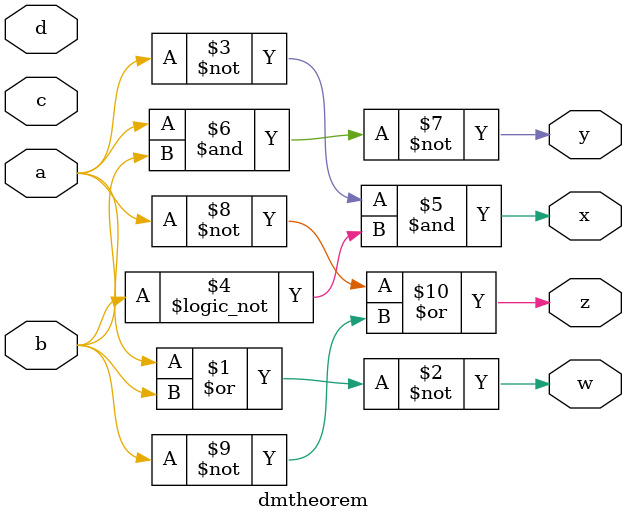
<source format=v>
/*De Morgan's theorem*/
module dmtheorem(a,b,c,d,w,x,y,z);
  input a,b,c,d;
  output w,x,y,z;
  assign w = ~(a|b);
  assign x = ~a&!b;
  assign y = ~(a&b);
  assign z = ~a|~b;
endmodule
  
  

</source>
